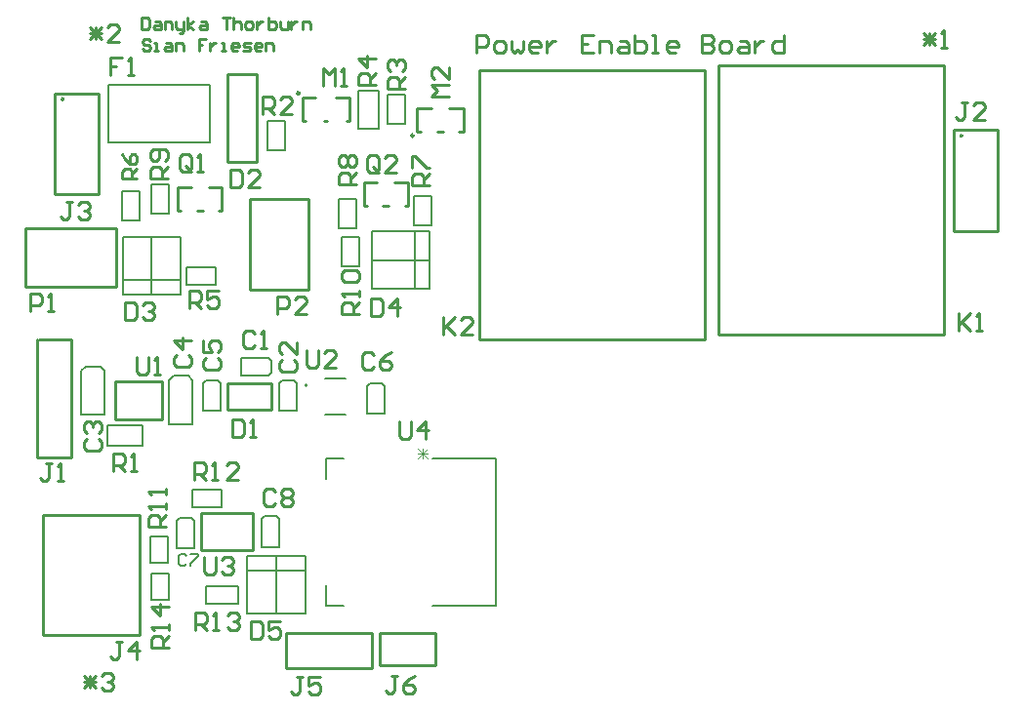
<source format=gbr>
G04*
G04 #@! TF.GenerationSoftware,Altium Limited,Altium Designer,23.0.1 (38)*
G04*
G04 Layer_Color=65535*
%FSLAX25Y25*%
%MOIN*%
G70*
G04*
G04 #@! TF.SameCoordinates,8278F28E-5B15-4BE8-8149-663F5D52C5DE*
G04*
G04*
G04 #@! TF.FilePolarity,Positive*
G04*
G01*
G75*
%ADD10C,0.01000*%
%ADD11C,0.00787*%
%ADD12C,0.00600*%
%ADD13C,0.00500*%
%ADD14C,0.00300*%
%ADD15C,0.00800*%
D10*
X17315Y206000D02*
G03*
X17315Y206000I-315J0D01*
G01*
X136894Y193500D02*
G03*
X136894Y193500I-394J0D01*
G01*
X97894Y208000D02*
G03*
X97894Y208000I-394J0D01*
G01*
X324315Y193500D02*
G03*
X324315Y193500I-315J0D01*
G01*
X34843Y109500D02*
X50842D01*
X34843Y96500D02*
X50842D01*
Y109500D01*
X34843Y96500D02*
Y109500D01*
X10500Y22992D02*
Y63992D01*
X43500Y22992D02*
Y63992D01*
X10500D02*
X43500D01*
X10500Y22992D02*
X43500D01*
X73500Y109000D02*
X88500D01*
X73500Y100000D02*
X88500D01*
Y109000D01*
X73500Y100000D02*
Y109000D01*
X14500Y208000D02*
X29500D01*
X14500Y173500D02*
Y208000D01*
Y173500D02*
X29500D01*
Y208000D01*
X241000Y125500D02*
Y217500D01*
X318000Y125500D02*
Y217500D01*
X241000Y125500D02*
X318000D01*
X241000Y217500D02*
X318000D01*
X145000Y195000D02*
X147000D01*
X154000D02*
Y203000D01*
X149000D02*
X154000D01*
X138000Y195000D02*
X139500D01*
X152500D02*
X154000D01*
X138000D02*
Y203000D01*
X143000D01*
X106500Y198500D02*
X107500D01*
X115000D02*
Y206500D01*
X110500D02*
X115000D01*
X99000Y198500D02*
X100000D01*
X114000D02*
X115000D01*
X99000D02*
Y206500D01*
X103500D01*
X120000Y177500D02*
X124500D01*
X120000Y169500D02*
Y177500D01*
Y169500D02*
X121000D01*
X126500D02*
X128500D01*
X134000D02*
X135000D01*
Y177500D01*
X130500D02*
X135000D01*
X56500Y176000D02*
X61000D01*
X56500Y168000D02*
Y176000D01*
Y168000D02*
X57500D01*
X63000D02*
X65000D01*
X70500D02*
X71500D01*
Y176000D01*
X67000D02*
X71500D01*
X159500Y124000D02*
X236500D01*
X159500Y216000D02*
X236500D01*
X159500Y124000D02*
Y216000D01*
X236500Y124000D02*
Y216000D01*
X83500Y184500D02*
Y214500D01*
X73500Y184500D02*
X83500D01*
X73500D02*
Y214500D01*
X83500D01*
X101000Y141000D02*
Y172000D01*
X81000Y141000D02*
X101000D01*
X81000D02*
Y172000D01*
X101000D01*
X9000Y124000D02*
X20000D01*
Y83500D02*
Y124000D01*
X8500Y83500D02*
X20000D01*
X8500D02*
Y124000D01*
X4500Y162000D02*
X35500D01*
Y142000D02*
Y162000D01*
X4500Y142000D02*
X35500D01*
X4500D02*
Y162000D01*
X122764Y11594D02*
Y23405D01*
X93236Y11594D02*
Y23405D01*
Y11594D02*
X122764D01*
X93236Y23405D02*
X122764D01*
X144500Y12500D02*
Y23500D01*
X125500Y12500D02*
X144500D01*
X125500D02*
Y23500D01*
X144500D01*
X64500Y64500D02*
X82000D01*
X64500Y52000D02*
X82000D01*
X64500D02*
Y64500D01*
X82000Y52000D02*
Y64500D01*
X336500Y161000D02*
Y195500D01*
X321500Y161000D02*
X336500D01*
X321500D02*
Y195500D01*
X336500D01*
X42499Y178835D02*
X37501D01*
Y181334D01*
X38334Y182167D01*
X40000D01*
X40833Y181334D01*
Y178835D01*
Y180501D02*
X42499Y182167D01*
X37501Y187165D02*
X38334Y185499D01*
X40000Y183833D01*
X41666D01*
X42499Y184666D01*
Y186332D01*
X41666Y187165D01*
X40833D01*
X40000Y186332D01*
Y183833D01*
X47124Y225780D02*
X46468Y226436D01*
X45156D01*
X44500Y225780D01*
Y225124D01*
X45156Y224468D01*
X46468D01*
X47124Y223812D01*
Y223156D01*
X46468Y222500D01*
X45156D01*
X44500Y223156D01*
X48436Y222500D02*
X49748D01*
X49092D01*
Y225124D01*
X48436D01*
X52372D02*
X53683D01*
X54339Y224468D01*
Y222500D01*
X52372D01*
X51715Y223156D01*
X52372Y223812D01*
X54339D01*
X55651Y222500D02*
Y225124D01*
X57619D01*
X58275Y224468D01*
Y222500D01*
X66147Y226436D02*
X63523D01*
Y224468D01*
X64835D01*
X63523D01*
Y222500D01*
X67458Y225124D02*
Y222500D01*
Y223812D01*
X68114Y224468D01*
X68770Y225124D01*
X69426D01*
X71394Y222500D02*
X72706D01*
X72050D01*
Y225124D01*
X71394D01*
X76642Y222500D02*
X75330D01*
X74674Y223156D01*
Y224468D01*
X75330Y225124D01*
X76642D01*
X77298Y224468D01*
Y223812D01*
X74674D01*
X78610Y222500D02*
X80578D01*
X81234Y223156D01*
X80578Y223812D01*
X79266D01*
X78610Y224468D01*
X79266Y225124D01*
X81234D01*
X84513Y222500D02*
X83201D01*
X82546Y223156D01*
Y224468D01*
X83201Y225124D01*
X84513D01*
X85169Y224468D01*
Y223812D01*
X82546D01*
X86481Y222500D02*
Y225124D01*
X88449D01*
X89105Y224468D01*
Y222500D01*
X44000Y233748D02*
Y229812D01*
X45968D01*
X46624Y230468D01*
Y233092D01*
X45968Y233748D01*
X44000D01*
X48592Y232436D02*
X49904D01*
X50560Y231780D01*
Y229812D01*
X48592D01*
X47936Y230468D01*
X48592Y231124D01*
X50560D01*
X51872Y229812D02*
Y232436D01*
X53839D01*
X54495Y231780D01*
Y229812D01*
X55807Y232436D02*
Y230468D01*
X56463Y229812D01*
X58431D01*
Y229156D01*
X57775Y228500D01*
X57119D01*
X58431Y229812D02*
Y232436D01*
X59743Y229812D02*
Y233748D01*
Y231124D02*
X61711Y232436D01*
X59743Y231124D02*
X61711Y229812D01*
X64335Y232436D02*
X65647D01*
X66303Y231780D01*
Y229812D01*
X64335D01*
X63679Y230468D01*
X64335Y231124D01*
X66303D01*
X71550Y233748D02*
X74174D01*
X72862D01*
Y229812D01*
X75486Y233748D02*
Y229812D01*
Y231780D01*
X76142Y232436D01*
X77454D01*
X78110Y231780D01*
Y229812D01*
X80078D02*
X81389D01*
X82046Y230468D01*
Y231780D01*
X81389Y232436D01*
X80078D01*
X79422Y231780D01*
Y230468D01*
X80078Y229812D01*
X83357Y232436D02*
Y229812D01*
Y231124D01*
X84013Y231780D01*
X84669Y232436D01*
X85325D01*
X87293Y233748D02*
Y229812D01*
X89261D01*
X89917Y230468D01*
Y231124D01*
Y231780D01*
X89261Y232436D01*
X87293D01*
X91229D02*
Y230468D01*
X91885Y229812D01*
X93853D01*
Y232436D01*
X95165D02*
Y229812D01*
Y231124D01*
X95821Y231780D01*
X96477Y232436D01*
X97132D01*
X99100Y229812D02*
Y232436D01*
X101068D01*
X101724Y231780D01*
Y229812D01*
X158500Y222000D02*
Y227998D01*
X161499D01*
X162499Y226998D01*
Y224999D01*
X161499Y223999D01*
X158500D01*
X165498Y222000D02*
X167497D01*
X168497Y223000D01*
Y224999D01*
X167497Y225999D01*
X165498D01*
X164498Y224999D01*
Y223000D01*
X165498Y222000D01*
X170496Y225999D02*
Y223000D01*
X171496Y222000D01*
X172495Y223000D01*
X173495Y222000D01*
X174495Y223000D01*
Y225999D01*
X179493Y222000D02*
X177494D01*
X176494Y223000D01*
Y224999D01*
X177494Y225999D01*
X179493D01*
X180493Y224999D01*
Y223999D01*
X176494D01*
X182492Y225999D02*
Y222000D01*
Y223999D01*
X183492Y224999D01*
X184492Y225999D01*
X185491D01*
X198487Y227998D02*
X194488D01*
Y222000D01*
X198487D01*
X194488Y224999D02*
X196488D01*
X200486Y222000D02*
Y225999D01*
X203485D01*
X204485Y224999D01*
Y222000D01*
X207484Y225999D02*
X209484D01*
X210483Y224999D01*
Y222000D01*
X207484D01*
X206485Y223000D01*
X207484Y223999D01*
X210483D01*
X212483Y227998D02*
Y222000D01*
X215482D01*
X216481Y223000D01*
Y223999D01*
Y224999D01*
X215482Y225999D01*
X212483D01*
X218481Y222000D02*
X220480D01*
X219480D01*
Y227998D01*
X218481D01*
X226478Y222000D02*
X224479D01*
X223479Y223000D01*
Y224999D01*
X224479Y225999D01*
X226478D01*
X227478Y224999D01*
Y223999D01*
X223479D01*
X235475Y227998D02*
Y222000D01*
X238474D01*
X239474Y223000D01*
Y223999D01*
X238474Y224999D01*
X235475D01*
X238474D01*
X239474Y225999D01*
Y226998D01*
X238474Y227998D01*
X235475D01*
X242473Y222000D02*
X244472D01*
X245472Y223000D01*
Y224999D01*
X244472Y225999D01*
X242473D01*
X241473Y224999D01*
Y223000D01*
X242473Y222000D01*
X248471Y225999D02*
X250470D01*
X251470Y224999D01*
Y222000D01*
X248471D01*
X247471Y223000D01*
X248471Y223999D01*
X251470D01*
X253469Y225999D02*
Y222000D01*
Y223999D01*
X254469Y224999D01*
X255469Y225999D01*
X256468D01*
X263466Y227998D02*
Y222000D01*
X260467D01*
X259467Y223000D01*
Y224999D01*
X260467Y225999D01*
X263466D01*
X24502Y8999D02*
X28500Y5001D01*
X24502D02*
X28500Y8999D01*
X24502Y7000D02*
X28500D01*
X26501Y5001D02*
Y8999D01*
X30500D02*
X31499Y9999D01*
X33499D01*
X34498Y8999D01*
Y8000D01*
X33499Y7000D01*
X32499D01*
X33499D01*
X34498Y6000D01*
Y5001D01*
X33499Y4001D01*
X31499D01*
X30500Y5001D01*
X26502Y230499D02*
X30500Y226501D01*
X26502D02*
X30500Y230499D01*
X26502Y228500D02*
X30500D01*
X28501Y226501D02*
Y230499D01*
X36498Y225501D02*
X32500D01*
X36498Y229500D01*
Y230499D01*
X35499Y231499D01*
X33499D01*
X32500Y230499D01*
X311001Y228499D02*
X315000Y224501D01*
X311001D02*
X315000Y228499D01*
X311001Y226500D02*
X315000D01*
X313001Y224501D02*
Y228499D01*
X316999Y223501D02*
X318999D01*
X317999D01*
Y229499D01*
X316999Y228499D01*
X99000Y8499D02*
X97001D01*
X98001D01*
Y3501D01*
X97001Y2501D01*
X96001D01*
X95002Y3501D01*
X104998Y8499D02*
X101000D01*
Y5500D01*
X102999Y6500D01*
X103999D01*
X104998Y5500D01*
Y3501D01*
X103999Y2501D01*
X101999D01*
X101000Y3501D01*
X13500Y81499D02*
X11501D01*
X12500D01*
Y76501D01*
X11501Y75501D01*
X10501D01*
X9501Y76501D01*
X15499Y75501D02*
X17499D01*
X16499D01*
Y81499D01*
X15499Y80499D01*
X325999Y204998D02*
X323999D01*
X324999D01*
Y200000D01*
X323999Y199000D01*
X323000D01*
X322000Y200000D01*
X331997Y199000D02*
X327998D01*
X331997Y202999D01*
Y203998D01*
X330997Y204998D01*
X328998D01*
X327998Y203998D01*
X20500Y170999D02*
X18501D01*
X19501D01*
Y166001D01*
X18501Y165001D01*
X17501D01*
X16502Y166001D01*
X22500Y169999D02*
X23499Y170999D01*
X25499D01*
X26498Y169999D01*
Y169000D01*
X25499Y168000D01*
X24499D01*
X25499D01*
X26498Y167000D01*
Y166001D01*
X25499Y165001D01*
X23499D01*
X22500Y166001D01*
X131500Y8999D02*
X129501D01*
X130501D01*
Y4001D01*
X129501Y3001D01*
X128501D01*
X127502Y4001D01*
X137498Y8999D02*
X135499Y7999D01*
X133500Y6000D01*
Y4001D01*
X134499Y3001D01*
X136499D01*
X137498Y4001D01*
Y5000D01*
X136499Y6000D01*
X133500D01*
X132002Y95999D02*
Y91001D01*
X133001Y90001D01*
X135001D01*
X136000Y91001D01*
Y95999D01*
X140999Y90001D02*
Y95999D01*
X138000Y93000D01*
X141998D01*
X65502Y49499D02*
Y44501D01*
X66501Y43501D01*
X68501D01*
X69500Y44501D01*
Y49499D01*
X71500Y48499D02*
X72499Y49499D01*
X74499D01*
X75498Y48499D01*
Y47500D01*
X74499Y46500D01*
X73499D01*
X74499D01*
X75498Y45500D01*
Y44501D01*
X74499Y43501D01*
X72499D01*
X71500Y44501D01*
X100500Y120198D02*
Y115200D01*
X101500Y114200D01*
X103499D01*
X104499Y115200D01*
Y120198D01*
X110497Y114200D02*
X106498D01*
X110497Y118199D01*
Y119198D01*
X109497Y120198D01*
X107498D01*
X106498Y119198D01*
X42501Y117999D02*
Y113001D01*
X43501Y112001D01*
X45500D01*
X46500Y113001D01*
Y117999D01*
X48499Y112001D02*
X50499D01*
X49499D01*
Y117999D01*
X48499Y116999D01*
X117499Y177002D02*
X111501D01*
Y180001D01*
X112501Y181000D01*
X114500D01*
X115500Y180001D01*
Y177002D01*
Y179001D02*
X117499Y181000D01*
X112501Y183000D02*
X111501Y183999D01*
Y185999D01*
X112501Y186998D01*
X113500D01*
X114500Y185999D01*
X115500Y186998D01*
X116499D01*
X117499Y185999D01*
Y183999D01*
X116499Y183000D01*
X115500D01*
X114500Y183999D01*
X113500Y183000D01*
X112501D01*
X114500Y183999D02*
Y185999D01*
X62502Y24501D02*
Y30499D01*
X65501D01*
X66501Y29499D01*
Y27500D01*
X65501Y26500D01*
X62502D01*
X64502D02*
X66501Y24501D01*
X68501D02*
X70500D01*
X69500D01*
Y30499D01*
X68501Y29499D01*
X73499D02*
X74499Y30499D01*
X76498D01*
X77498Y29499D01*
Y28500D01*
X76498Y27500D01*
X75498D01*
X76498D01*
X77498Y26500D01*
Y25501D01*
X76498Y24501D01*
X74499D01*
X73499Y25501D01*
X62100Y75900D02*
Y81898D01*
X65099D01*
X66099Y80898D01*
Y78899D01*
X65099Y77899D01*
X62100D01*
X64099D02*
X66099Y75900D01*
X68098D02*
X70097D01*
X69098D01*
Y81898D01*
X68098Y80898D01*
X77095Y75900D02*
X73096D01*
X77095Y79899D01*
Y80898D01*
X76095Y81898D01*
X74096D01*
X73096Y80898D01*
X52499Y60002D02*
X46501D01*
Y63001D01*
X47501Y64001D01*
X49500D01*
X50500Y63001D01*
Y60002D01*
Y62001D02*
X52499Y64001D01*
Y66000D02*
Y68000D01*
Y67000D01*
X46501D01*
X47501Y66000D01*
X52499Y70999D02*
Y72998D01*
Y71998D01*
X46501D01*
X47501Y70999D01*
X53499Y18502D02*
X47501D01*
Y21501D01*
X48501Y22501D01*
X50500D01*
X51500Y21501D01*
Y18502D01*
Y20502D02*
X53499Y22501D01*
Y24500D02*
Y26500D01*
Y25500D01*
X47501D01*
X48501Y24500D01*
X53499Y32498D02*
X47501D01*
X50500Y29499D01*
Y33498D01*
X34356Y79001D02*
Y84999D01*
X37355D01*
X38354Y83999D01*
Y82000D01*
X37355Y81000D01*
X34356D01*
X36355D02*
X38354Y79001D01*
X40354D02*
X42353D01*
X41353D01*
Y84999D01*
X40354Y83999D01*
X118499Y132502D02*
X112501D01*
Y135501D01*
X113501Y136501D01*
X115500D01*
X116500Y135501D01*
Y132502D01*
Y134502D02*
X118499Y136501D01*
Y138500D02*
Y140500D01*
Y139500D01*
X112501D01*
X113501Y138500D01*
Y143499D02*
X112501Y144499D01*
Y146498D01*
X113501Y147498D01*
X117499D01*
X118499Y146498D01*
Y144499D01*
X117499Y143499D01*
X113501D01*
X142499Y176502D02*
X136501D01*
Y179501D01*
X137501Y180500D01*
X139500D01*
X140500Y179501D01*
Y176502D01*
Y178501D02*
X142499Y180500D01*
X136501Y182500D02*
Y186498D01*
X137501D01*
X141499Y182500D01*
X142499D01*
X133999Y209502D02*
X128001D01*
Y212501D01*
X129001Y213500D01*
X131000D01*
X132000Y212501D01*
Y209502D01*
Y211501D02*
X133999Y213500D01*
X129001Y215500D02*
X128001Y216499D01*
Y218499D01*
X129001Y219498D01*
X130000D01*
X131000Y218499D01*
Y217499D01*
Y218499D01*
X132000Y219498D01*
X132999D01*
X133999Y218499D01*
Y216499D01*
X132999Y215500D01*
X123999Y211002D02*
X118001D01*
Y214001D01*
X119001Y215000D01*
X121000D01*
X122000Y214001D01*
Y211002D01*
Y213001D02*
X123999Y215000D01*
Y219999D02*
X118001D01*
X121000Y217000D01*
Y220998D01*
X52999Y179002D02*
X47001D01*
Y182001D01*
X48001Y183000D01*
X50000D01*
X51000Y182001D01*
Y179002D01*
Y181001D02*
X52999Y183000D01*
X51999Y185000D02*
X52999Y185999D01*
Y187999D01*
X51999Y188998D01*
X48001D01*
X47001Y187999D01*
Y185999D01*
X48001Y185000D01*
X49000D01*
X50000Y185999D01*
Y188998D01*
X60502Y134501D02*
Y140499D01*
X63501D01*
X64500Y139499D01*
Y137500D01*
X63501Y136500D01*
X60502D01*
X62501D02*
X64500Y134501D01*
X70498Y140499D02*
X66500D01*
Y137500D01*
X68499Y138500D01*
X69499D01*
X70498Y137500D01*
Y135501D01*
X69499Y134501D01*
X67499D01*
X66500Y135501D01*
X85502Y201001D02*
Y206999D01*
X88501D01*
X89500Y205999D01*
Y204000D01*
X88501Y203000D01*
X85502D01*
X87501D02*
X89500Y201001D01*
X95498D02*
X91500D01*
X95498Y205000D01*
Y205999D01*
X94499Y206999D01*
X92499D01*
X91500Y205999D01*
X125000Y182001D02*
Y185999D01*
X124001Y186999D01*
X122001D01*
X121002Y185999D01*
Y182001D01*
X122001Y181001D01*
X124001D01*
X123001Y183000D02*
X125000Y181001D01*
X124001D02*
X125000Y182001D01*
X130998Y181001D02*
X127000D01*
X130998Y185000D01*
Y185999D01*
X129999Y186999D01*
X127999D01*
X127000Y185999D01*
X60999Y182200D02*
Y186198D01*
X59999Y187198D01*
X58000D01*
X57000Y186198D01*
Y182200D01*
X58000Y181200D01*
X59999D01*
X58999Y183199D02*
X60999Y181200D01*
X59999D02*
X60999Y182200D01*
X62998Y181200D02*
X64997D01*
X63998D01*
Y187198D01*
X62998Y186198D01*
X90502Y132501D02*
Y138499D01*
X93501D01*
X94500Y137499D01*
Y135500D01*
X93501Y134500D01*
X90502D01*
X100498Y132501D02*
X96500D01*
X100498Y136500D01*
Y137499D01*
X99499Y138499D01*
X97499D01*
X96500Y137499D01*
X6001Y133501D02*
Y139499D01*
X9000D01*
X10000Y138499D01*
Y136500D01*
X9000Y135500D01*
X6001D01*
X11999Y133501D02*
X13999D01*
X12999D01*
Y139499D01*
X11999Y138499D01*
X148999Y207002D02*
X143001D01*
X145000Y209001D01*
X143001Y211000D01*
X148999D01*
Y216998D02*
Y213000D01*
X145000Y216998D01*
X144001D01*
X143001Y215999D01*
Y213999D01*
X144001Y213000D01*
X106001Y210501D02*
Y216499D01*
X108001Y214500D01*
X110000Y216499D01*
Y210501D01*
X111999D02*
X113999D01*
X112999D01*
Y216499D01*
X111999Y215499D01*
X323001Y132999D02*
Y127001D01*
Y129000D01*
X327000Y132999D01*
X324001Y130000D01*
X327000Y127001D01*
X328999D02*
X330999D01*
X329999D01*
Y132999D01*
X328999Y131999D01*
X147002Y131499D02*
Y125501D01*
Y127500D01*
X151000Y131499D01*
X148001Y128500D01*
X151000Y125501D01*
X156998D02*
X153000D01*
X156998Y129500D01*
Y130499D01*
X155999Y131499D01*
X153999D01*
X153000Y130499D01*
X37500Y20499D02*
X35501D01*
X36501D01*
Y15501D01*
X35501Y14501D01*
X34501D01*
X33502Y15501D01*
X42499Y14501D02*
Y20499D01*
X39500Y17500D01*
X43498D01*
X37199Y220198D02*
X33200D01*
Y217199D01*
X35199D01*
X33200D01*
Y214200D01*
X39198D02*
X41197D01*
X40198D01*
Y220198D01*
X39198Y219198D01*
X122502Y137999D02*
Y132001D01*
X125501D01*
X126500Y133001D01*
Y136999D01*
X125501Y137999D01*
X122502D01*
X131499Y132001D02*
Y137999D01*
X128500Y135000D01*
X132498D01*
X38502Y136499D02*
Y130501D01*
X41501D01*
X42500Y131501D01*
Y135499D01*
X41501Y136499D01*
X38502D01*
X44500Y135499D02*
X45499Y136499D01*
X47499D01*
X48498Y135499D01*
Y134500D01*
X47499Y133500D01*
X46499D01*
X47499D01*
X48498Y132500D01*
Y131501D01*
X47499Y130501D01*
X45499D01*
X44500Y131501D01*
X81502Y27499D02*
Y21501D01*
X84501D01*
X85500Y22501D01*
Y26499D01*
X84501Y27499D01*
X81502D01*
X91498D02*
X87500D01*
Y24500D01*
X89499Y25500D01*
X90499D01*
X91498Y24500D01*
Y22501D01*
X90499Y21501D01*
X88499D01*
X87500Y22501D01*
X75001Y96499D02*
Y90501D01*
X78000D01*
X79000Y91501D01*
Y95499D01*
X78000Y96499D01*
X75001D01*
X80999Y90501D02*
X82999D01*
X81999D01*
Y96499D01*
X80999Y95499D01*
X74502Y181999D02*
Y176001D01*
X77501D01*
X78500Y177001D01*
Y180999D01*
X77501Y181999D01*
X74502D01*
X84498Y176001D02*
X80500D01*
X84498Y180000D01*
Y180999D01*
X83499Y181999D01*
X81499D01*
X80500Y180999D01*
X89599Y71898D02*
X88599Y72898D01*
X86600D01*
X85600Y71898D01*
Y67900D01*
X86600Y66900D01*
X88599D01*
X89599Y67900D01*
X91598Y71898D02*
X92598Y72898D01*
X94597D01*
X95597Y71898D01*
Y70899D01*
X94597Y69899D01*
X95597Y68899D01*
Y67900D01*
X94597Y66900D01*
X92598D01*
X91598Y67900D01*
Y68899D01*
X92598Y69899D01*
X91598Y70899D01*
Y71898D01*
X92598Y69899D02*
X94597D01*
X123500Y118499D02*
X122501Y119499D01*
X120501D01*
X119502Y118499D01*
Y114501D01*
X120501Y113501D01*
X122501D01*
X123500Y114501D01*
X129498Y119499D02*
X127499Y118499D01*
X125500Y116500D01*
Y114501D01*
X126499Y113501D01*
X128499D01*
X129498Y114501D01*
Y115500D01*
X128499Y116500D01*
X125500D01*
X92001Y117000D02*
X91001Y116001D01*
Y114001D01*
X92001Y113002D01*
X95999D01*
X96999Y114001D01*
Y116001D01*
X95999Y117000D01*
X96999Y122998D02*
Y119000D01*
X93000Y122998D01*
X92001D01*
X91001Y121999D01*
Y119999D01*
X92001Y119000D01*
X82599Y125898D02*
X81599Y126898D01*
X79600D01*
X78600Y125898D01*
Y121900D01*
X79600Y120900D01*
X81599D01*
X82599Y121900D01*
X84598Y120900D02*
X86597D01*
X85598D01*
Y126898D01*
X84598Y125898D01*
X66001Y117500D02*
X65001Y116501D01*
Y114501D01*
X66001Y113502D01*
X69999D01*
X70999Y114501D01*
Y116501D01*
X69999Y117500D01*
X65001Y123498D02*
Y119500D01*
X68000D01*
X67000Y121499D01*
Y122499D01*
X68000Y123498D01*
X69999D01*
X70999Y122499D01*
Y120499D01*
X69999Y119500D01*
X56001Y118500D02*
X55001Y117501D01*
Y115501D01*
X56001Y114502D01*
X59999D01*
X60999Y115501D01*
Y117501D01*
X59999Y118500D01*
X60999Y123499D02*
X55001D01*
X58000Y120500D01*
Y124498D01*
X25501Y90000D02*
X24501Y89001D01*
Y87001D01*
X25501Y86002D01*
X29499D01*
X30499Y87001D01*
Y89001D01*
X29499Y90000D01*
X25501Y92000D02*
X24501Y92999D01*
Y94999D01*
X25501Y95998D01*
X26500D01*
X27500Y94999D01*
Y93999D01*
Y94999D01*
X28500Y95998D01*
X29499D01*
X30499Y94999D01*
Y92999D01*
X29499Y92000D01*
D11*
X100650Y108197D02*
G03*
X100650Y108197I-394J0D01*
G01*
X118000Y196000D02*
X125000D01*
X118000D02*
Y209000D01*
X125000D01*
Y196000D02*
Y209000D01*
X87000Y188500D02*
X89583D01*
X87000D02*
Y198500D01*
X93000D01*
Y188500D02*
Y198500D01*
X89583Y188500D02*
X93000D01*
X27886Y98063D02*
X31500D01*
Y113063D01*
X30000Y114563D02*
X31500Y113063D01*
X25000Y114563D02*
X30000D01*
X23500Y113063D02*
X25000Y114563D01*
X23500Y98063D02*
Y113063D01*
Y98063D02*
X27886D01*
X69500Y144886D02*
Y148500D01*
X59500D02*
X69500D01*
X59500Y142500D02*
Y148500D01*
Y142500D02*
X69500D01*
Y144886D01*
X123583Y98441D02*
X127000D01*
Y107941D01*
X126000Y108941D02*
X127000Y107941D01*
X122000Y108941D02*
X126000D01*
X121000Y107941D02*
X122000Y108941D01*
X121000Y98441D02*
Y107941D01*
Y98441D02*
X123583D01*
X137000Y173000D02*
X140614D01*
X137000Y163000D02*
Y173000D01*
Y163000D02*
X143000D01*
Y173000D01*
X140614D02*
X143000D01*
X132224Y151000D02*
X142362D01*
X122638D02*
X132776D01*
X137454Y141157D02*
Y160843D01*
X142362Y141157D02*
Y151000D01*
X122638Y141157D02*
X142362D01*
X122638D02*
Y160843D01*
X142362D01*
Y151000D02*
Y160843D01*
X111500Y172000D02*
X115114D01*
X111500Y162000D02*
Y172000D01*
Y162000D02*
X117500D01*
Y172000D01*
X115114D02*
X117500D01*
X114886Y149000D02*
X118500D01*
Y159000D01*
X112500D02*
X118500D01*
X112500Y149000D02*
Y159000D01*
Y149000D02*
X114886D01*
X47500Y139138D02*
Y149276D01*
Y148724D02*
Y158862D01*
X37657Y144046D02*
X57342D01*
X37657Y139138D02*
X47500D01*
X37657D02*
Y158862D01*
X57342D01*
Y139138D02*
Y158862D01*
X47500Y139138D02*
X57342D01*
X39886Y164500D02*
X43500D01*
Y174500D01*
X37500D02*
X43500D01*
X37500Y164500D02*
Y174500D01*
Y164500D02*
X39886D01*
X49886Y167000D02*
X53500D01*
Y177000D01*
X47500D02*
X53500D01*
X47500Y167000D02*
Y177000D01*
Y167000D02*
X49886D01*
X128000Y197500D02*
X130583D01*
X128000D02*
Y207500D01*
X134000D01*
Y197500D02*
Y207500D01*
X130583Y197500D02*
X134000D01*
X93583Y99500D02*
X97000D01*
Y109000D01*
X96000Y110000D02*
X97000Y109000D01*
X92000Y110000D02*
X96000D01*
X91000Y109000D02*
X92000Y110000D01*
X91000Y99500D02*
Y109000D01*
Y99500D02*
X93583D01*
X67583D02*
X71000D01*
Y109000D01*
X70000Y110000D02*
X71000Y109000D01*
X66000Y110000D02*
X70000D01*
X65000Y109000D02*
X66000Y110000D01*
X65000Y99500D02*
Y109000D01*
Y99500D02*
X67583D01*
X57886Y95000D02*
X61500D01*
Y110000D01*
X60000Y111500D02*
X61500Y110000D01*
X55000Y111500D02*
X60000D01*
X53500Y110000D02*
X55000Y111500D01*
X53500Y95000D02*
Y110000D01*
Y95000D02*
X57886D01*
X44500Y87500D02*
Y94500D01*
X32500D02*
X44500D01*
X32500Y92795D02*
Y94500D01*
Y87500D02*
X44500D01*
X32500D02*
Y92795D01*
X47000Y56500D02*
X50917D01*
X53000D01*
Y47500D02*
Y56500D01*
X47000Y47500D02*
X53000D01*
X47000D02*
Y56500D01*
X49583Y35000D02*
X53500D01*
X47500D02*
X49583D01*
X47500D02*
Y44000D01*
X53500D01*
Y35000D02*
Y44000D01*
X58583Y52500D02*
X62000D01*
Y62000D01*
X61000Y63000D02*
X62000Y62000D01*
X57000Y63000D02*
X61000D01*
X56000Y62000D02*
X57000Y63000D01*
X56000Y52500D02*
Y62000D01*
Y52500D02*
X58583D01*
X90000Y39724D02*
Y49862D01*
Y30138D02*
Y40276D01*
X80158Y44954D02*
X99843D01*
X90000Y49862D02*
X99843D01*
Y30138D02*
Y49862D01*
X80158Y30138D02*
X99843D01*
X80158D02*
Y49862D01*
X90000D01*
X77000Y33500D02*
Y39500D01*
X66000Y33500D02*
X77000D01*
X66000D02*
Y39500D01*
X77000D01*
X67362Y201000D02*
Y210842D01*
X32638D02*
X67362D01*
X32638Y191157D02*
Y210842D01*
Y191157D02*
X67362D01*
Y201000D01*
X71500Y66500D02*
Y72500D01*
X61500D02*
X71500D01*
X61500Y66500D02*
Y72500D01*
Y66500D02*
X71500D01*
X78000Y114917D02*
Y117500D01*
X87500D01*
X88500Y116500D01*
Y112500D02*
Y116500D01*
X87500Y111500D02*
X88500Y112500D01*
X78000Y111500D02*
X87500D01*
X78000D02*
Y114917D01*
X85000Y53000D02*
X87583D01*
X85000D02*
Y62500D01*
X86000Y63500D01*
X90000D01*
X91000Y62500D01*
Y53000D02*
Y62500D01*
X87583Y53000D02*
X91000D01*
D12*
X143210Y32900D02*
X165050D01*
X106950D02*
Y39965D01*
Y83100D02*
X113050D01*
X165050Y32900D02*
Y83100D01*
X106950Y32900D02*
X113050D01*
X106950Y76035D02*
Y83100D01*
X143210D02*
X165050D01*
D13*
X106634Y110441D02*
X113563D01*
X106634Y98079D02*
X113563D01*
D14*
X141615Y86540D02*
X138283Y83208D01*
Y86540D02*
X141615Y83208D01*
X139949Y86540D02*
Y83208D01*
X138283Y84874D02*
X141615D01*
D15*
X59334Y49833D02*
X58667Y50499D01*
X57334D01*
X56668Y49833D01*
Y47167D01*
X57334Y46501D01*
X58667D01*
X59334Y47167D01*
X60667Y50499D02*
X63332D01*
Y49833D01*
X60667Y47167D01*
Y46501D01*
M02*

</source>
